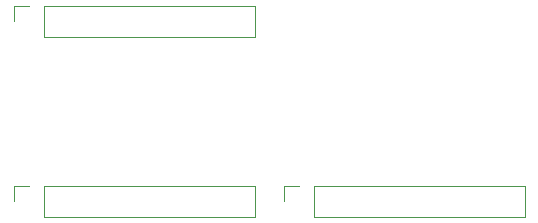
<source format=gbr>
%TF.GenerationSoftware,KiCad,Pcbnew,(5.1.10-1-10_14)*%
%TF.CreationDate,2021-10-16T23:36:31-04:00*%
%TF.ProjectId,address-register,61646472-6573-4732-9d72-656769737465,rev?*%
%TF.SameCoordinates,Original*%
%TF.FileFunction,Legend,Bot*%
%TF.FilePolarity,Positive*%
%FSLAX46Y46*%
G04 Gerber Fmt 4.6, Leading zero omitted, Abs format (unit mm)*
G04 Created by KiCad (PCBNEW (5.1.10-1-10_14)) date 2021-10-16 23:36:31*
%MOMM*%
%LPD*%
G01*
G04 APERTURE LIST*
%ADD10C,0.120000*%
G04 APERTURE END LIST*
D10*
%TO.C,J3*%
X169104000Y-27372000D02*
X169104000Y-28702000D01*
X170434000Y-27372000D02*
X169104000Y-27372000D01*
X171704000Y-27372000D02*
X171704000Y-30032000D01*
X171704000Y-30032000D02*
X189544000Y-30032000D01*
X171704000Y-27372000D02*
X189544000Y-27372000D01*
X189544000Y-27372000D02*
X189544000Y-30032000D01*
%TO.C,J2*%
X169104000Y-12132000D02*
X169104000Y-13462000D01*
X170434000Y-12132000D02*
X169104000Y-12132000D01*
X171704000Y-12132000D02*
X171704000Y-14792000D01*
X171704000Y-14792000D02*
X189544000Y-14792000D01*
X171704000Y-12132000D02*
X189544000Y-12132000D01*
X189544000Y-12132000D02*
X189544000Y-14792000D01*
%TO.C,J1*%
X191964000Y-27372000D02*
X191964000Y-28702000D01*
X193294000Y-27372000D02*
X191964000Y-27372000D01*
X194564000Y-27372000D02*
X194564000Y-30032000D01*
X194564000Y-30032000D02*
X212404000Y-30032000D01*
X194564000Y-27372000D02*
X212404000Y-27372000D01*
X212404000Y-27372000D02*
X212404000Y-30032000D01*
%TD*%
M02*

</source>
